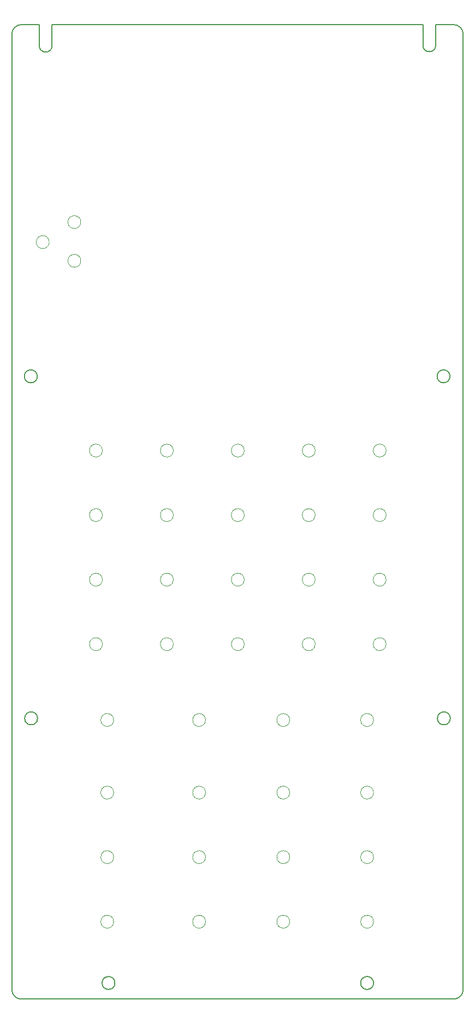
<source format=gm1>
%TF.GenerationSoftware,KiCad,Pcbnew,8.0.4*%
%TF.CreationDate,2024-12-16T18:50:41+01:00*%
%TF.ProjectId,DM50,444d3530-2e6b-4696-9361-645f70636258,rev?*%
%TF.SameCoordinates,Original*%
%TF.FileFunction,Profile,NP*%
%FSLAX46Y46*%
G04 Gerber Fmt 4.6, Leading zero omitted, Abs format (unit mm)*
G04 Created by KiCad (PCBNEW 8.0.4) date 2024-12-16 18:50:41*
%MOMM*%
%LPD*%
G01*
G04 APERTURE LIST*
%TA.AperFunction,Profile*%
%ADD10C,0.150000*%
%TD*%
%TA.AperFunction,Profile*%
%ADD11C,0.100000*%
%TD*%
G04 APERTURE END LIST*
D10*
X75600000Y-65000000D02*
X75600000Y-61750000D01*
D11*
X85400000Y-157750000D02*
G75*
G02*
X83400000Y-157750000I-1000000J0D01*
G01*
X83400000Y-157750000D02*
G75*
G02*
X85400000Y-157750000I1000000J0D01*
G01*
D10*
X77600000Y-65000000D02*
G75*
G02*
X75600000Y-65000000I-1000000J0D01*
G01*
X77600000Y-65000000D02*
X77600000Y-61750000D01*
X139300000Y-116250000D02*
G75*
G02*
X137300000Y-116250000I-1000000J0D01*
G01*
X137300000Y-116250000D02*
G75*
G02*
X139300000Y-116250000I1000000J0D01*
G01*
D11*
X127450000Y-190750000D02*
G75*
G02*
X125450000Y-190750000I-1000000J0D01*
G01*
X125450000Y-190750000D02*
G75*
G02*
X127450000Y-190750000I1000000J0D01*
G01*
D10*
X135100000Y-64950000D02*
X135100000Y-61750000D01*
D11*
X96400000Y-137750000D02*
G75*
G02*
X94400000Y-137750000I-1000000J0D01*
G01*
X94400000Y-137750000D02*
G75*
G02*
X96400000Y-137750000I1000000J0D01*
G01*
X96400000Y-157750000D02*
G75*
G02*
X94400000Y-157750000I-1000000J0D01*
G01*
X94400000Y-157750000D02*
G75*
G02*
X96400000Y-157750000I1000000J0D01*
G01*
X107400000Y-137750000D02*
G75*
G02*
X105400000Y-137750000I-1000000J0D01*
G01*
X105400000Y-137750000D02*
G75*
G02*
X107400000Y-137750000I1000000J0D01*
G01*
X101400000Y-169500000D02*
G75*
G02*
X99400000Y-169500000I-1000000J0D01*
G01*
X99400000Y-169500000D02*
G75*
G02*
X101400000Y-169500000I1000000J0D01*
G01*
D10*
X87600000Y-212750000D02*
X72850000Y-212750000D01*
D11*
X118400000Y-157750000D02*
G75*
G02*
X116400000Y-157750000I-1000000J0D01*
G01*
X116400000Y-157750000D02*
G75*
G02*
X118400000Y-157750000I1000000J0D01*
G01*
D10*
X72850000Y-212750000D02*
G75*
G02*
X71350000Y-211250000I0J1500000D01*
G01*
D11*
X85400000Y-147750000D02*
G75*
G02*
X83400000Y-147750000I-1000000J0D01*
G01*
X83400000Y-147750000D02*
G75*
G02*
X85400000Y-147750000I1000000J0D01*
G01*
D10*
X72850000Y-61750000D02*
X75600000Y-61750000D01*
D11*
X85400000Y-137750000D02*
G75*
G02*
X83400000Y-137750000I-1000000J0D01*
G01*
X83400000Y-137750000D02*
G75*
G02*
X85400000Y-137750000I1000000J0D01*
G01*
X101400000Y-180750000D02*
G75*
G02*
X99400000Y-180750000I-1000000J0D01*
G01*
X99400000Y-180750000D02*
G75*
G02*
X101400000Y-180750000I1000000J0D01*
G01*
X114450000Y-169500000D02*
G75*
G02*
X112450000Y-169500000I-1000000J0D01*
G01*
X112450000Y-169500000D02*
G75*
G02*
X114450000Y-169500000I1000000J0D01*
G01*
D10*
X71350000Y-115250000D02*
X71350000Y-63250000D01*
X75300000Y-116250000D02*
G75*
G02*
X73300000Y-116250000I-1000000J0D01*
G01*
X73300000Y-116250000D02*
G75*
G02*
X75300000Y-116250000I1000000J0D01*
G01*
D11*
X114450000Y-180750000D02*
G75*
G02*
X112450000Y-180750000I-1000000J0D01*
G01*
X112450000Y-180750000D02*
G75*
G02*
X114450000Y-180750000I1000000J0D01*
G01*
X85400000Y-127750000D02*
G75*
G02*
X83400000Y-127750000I-1000000J0D01*
G01*
X83400000Y-127750000D02*
G75*
G02*
X85400000Y-127750000I1000000J0D01*
G01*
X96400000Y-147750000D02*
G75*
G02*
X94400000Y-147750000I-1000000J0D01*
G01*
X94400000Y-147750000D02*
G75*
G02*
X96400000Y-147750000I1000000J0D01*
G01*
X77150000Y-95450000D02*
G75*
G02*
X75150000Y-95450000I-1000000J0D01*
G01*
X75150000Y-95450000D02*
G75*
G02*
X77150000Y-95450000I1000000J0D01*
G01*
X107400000Y-127750000D02*
G75*
G02*
X105400000Y-127750000I-1000000J0D01*
G01*
X105400000Y-127750000D02*
G75*
G02*
X107400000Y-127750000I1000000J0D01*
G01*
D10*
X137100000Y-61750000D02*
X139850000Y-61750000D01*
D11*
X82050000Y-92350000D02*
G75*
G02*
X80050000Y-92350000I-1000000J0D01*
G01*
X80050000Y-92350000D02*
G75*
G02*
X82050000Y-92350000I1000000J0D01*
G01*
X129400000Y-137750000D02*
G75*
G02*
X127400000Y-137750000I-1000000J0D01*
G01*
X127400000Y-137750000D02*
G75*
G02*
X129400000Y-137750000I1000000J0D01*
G01*
X87150000Y-180750000D02*
G75*
G02*
X85150000Y-180750000I-1000000J0D01*
G01*
X85150000Y-180750000D02*
G75*
G02*
X87150000Y-180750000I1000000J0D01*
G01*
D10*
X71350000Y-63250000D02*
G75*
G02*
X72850000Y-61750000I1500000J0D01*
G01*
X87350000Y-210250000D02*
G75*
G02*
X85350000Y-210250000I-1000000J0D01*
G01*
X85350000Y-210250000D02*
G75*
G02*
X87350000Y-210250000I1000000J0D01*
G01*
X77600000Y-61750000D02*
X135100000Y-61750000D01*
D11*
X127450000Y-169500000D02*
G75*
G02*
X125450000Y-169500000I-1000000J0D01*
G01*
X125450000Y-169500000D02*
G75*
G02*
X127450000Y-169500000I1000000J0D01*
G01*
X107400000Y-147750000D02*
G75*
G02*
X105400000Y-147750000I-1000000J0D01*
G01*
X105400000Y-147750000D02*
G75*
G02*
X107400000Y-147750000I1000000J0D01*
G01*
X127450000Y-200750000D02*
G75*
G02*
X125450000Y-200750000I-1000000J0D01*
G01*
X125450000Y-200750000D02*
G75*
G02*
X127450000Y-200750000I1000000J0D01*
G01*
D10*
X141350000Y-211250000D02*
G75*
G02*
X139850000Y-212750000I-1500000J0D01*
G01*
X127450000Y-210250000D02*
G75*
G02*
X125450000Y-210250000I-1000000J0D01*
G01*
X125450000Y-210250000D02*
G75*
G02*
X127450000Y-210250000I1000000J0D01*
G01*
D11*
X118400000Y-127750000D02*
G75*
G02*
X116400000Y-127750000I-1000000J0D01*
G01*
X116400000Y-127750000D02*
G75*
G02*
X118400000Y-127750000I1000000J0D01*
G01*
X87150000Y-200750000D02*
G75*
G02*
X85150000Y-200750000I-1000000J0D01*
G01*
X85150000Y-200750000D02*
G75*
G02*
X87150000Y-200750000I1000000J0D01*
G01*
X107400000Y-157750000D02*
G75*
G02*
X105400000Y-157750000I-1000000J0D01*
G01*
X105400000Y-157750000D02*
G75*
G02*
X107400000Y-157750000I1000000J0D01*
G01*
X114450000Y-200750000D02*
G75*
G02*
X112450000Y-200750000I-1000000J0D01*
G01*
X112450000Y-200750000D02*
G75*
G02*
X114450000Y-200750000I1000000J0D01*
G01*
X87150000Y-169500000D02*
G75*
G02*
X85150000Y-169500000I-1000000J0D01*
G01*
X85150000Y-169500000D02*
G75*
G02*
X87150000Y-169500000I1000000J0D01*
G01*
X129400000Y-147750000D02*
G75*
G02*
X127400000Y-147750000I-1000000J0D01*
G01*
X127400000Y-147750000D02*
G75*
G02*
X129400000Y-147750000I1000000J0D01*
G01*
D10*
X139850000Y-212750000D02*
X127100000Y-212750000D01*
D11*
X101400000Y-200750000D02*
G75*
G02*
X99400000Y-200750000I-1000000J0D01*
G01*
X99400000Y-200750000D02*
G75*
G02*
X101400000Y-200750000I1000000J0D01*
G01*
X127450000Y-180750000D02*
G75*
G02*
X125450000Y-180750000I-1000000J0D01*
G01*
X125450000Y-180750000D02*
G75*
G02*
X127450000Y-180750000I1000000J0D01*
G01*
X129400000Y-127750000D02*
G75*
G02*
X127400000Y-127750000I-1000000J0D01*
G01*
X127400000Y-127750000D02*
G75*
G02*
X129400000Y-127750000I1000000J0D01*
G01*
D10*
X127100000Y-212750000D02*
X87600000Y-212750000D01*
X139350000Y-169250000D02*
G75*
G02*
X137350000Y-169250000I-1000000J0D01*
G01*
X137350000Y-169250000D02*
G75*
G02*
X139350000Y-169250000I1000000J0D01*
G01*
D11*
X129400000Y-157750000D02*
G75*
G02*
X127400000Y-157750000I-1000000J0D01*
G01*
X127400000Y-157750000D02*
G75*
G02*
X129400000Y-157750000I1000000J0D01*
G01*
D10*
X75350000Y-169250000D02*
G75*
G02*
X73350000Y-169250000I-1000000J0D01*
G01*
X73350000Y-169250000D02*
G75*
G02*
X75350000Y-169250000I1000000J0D01*
G01*
D11*
X118400000Y-137750000D02*
G75*
G02*
X116400000Y-137750000I-1000000J0D01*
G01*
X116400000Y-137750000D02*
G75*
G02*
X118400000Y-137750000I1000000J0D01*
G01*
X87150000Y-190750000D02*
G75*
G02*
X85150000Y-190750000I-1000000J0D01*
G01*
X85150000Y-190750000D02*
G75*
G02*
X87150000Y-190750000I1000000J0D01*
G01*
D10*
X141350000Y-63250000D02*
X141350000Y-115250000D01*
X137100000Y-64950000D02*
G75*
G02*
X135100000Y-64950000I-1000000J0D01*
G01*
D11*
X118400000Y-147750000D02*
G75*
G02*
X116400000Y-147750000I-1000000J0D01*
G01*
X116400000Y-147750000D02*
G75*
G02*
X118400000Y-147750000I1000000J0D01*
G01*
X96400000Y-127750000D02*
G75*
G02*
X94400000Y-127750000I-1000000J0D01*
G01*
X94400000Y-127750000D02*
G75*
G02*
X96400000Y-127750000I1000000J0D01*
G01*
X114450000Y-190750000D02*
G75*
G02*
X112450000Y-190750000I-1000000J0D01*
G01*
X112450000Y-190750000D02*
G75*
G02*
X114450000Y-190750000I1000000J0D01*
G01*
D10*
X141350000Y-115250000D02*
X141350000Y-211250000D01*
D11*
X101400000Y-190750000D02*
G75*
G02*
X99400000Y-190750000I-1000000J0D01*
G01*
X99400000Y-190750000D02*
G75*
G02*
X101400000Y-190750000I1000000J0D01*
G01*
X82050000Y-98350000D02*
G75*
G02*
X80050000Y-98350000I-1000000J0D01*
G01*
X80050000Y-98350000D02*
G75*
G02*
X82050000Y-98350000I1000000J0D01*
G01*
D10*
X137100000Y-64950000D02*
X137100000Y-61750000D01*
X71350000Y-115250000D02*
X71350000Y-211250000D01*
X139850000Y-61750000D02*
G75*
G02*
X141350000Y-63250000I0J-1500000D01*
G01*
M02*

</source>
